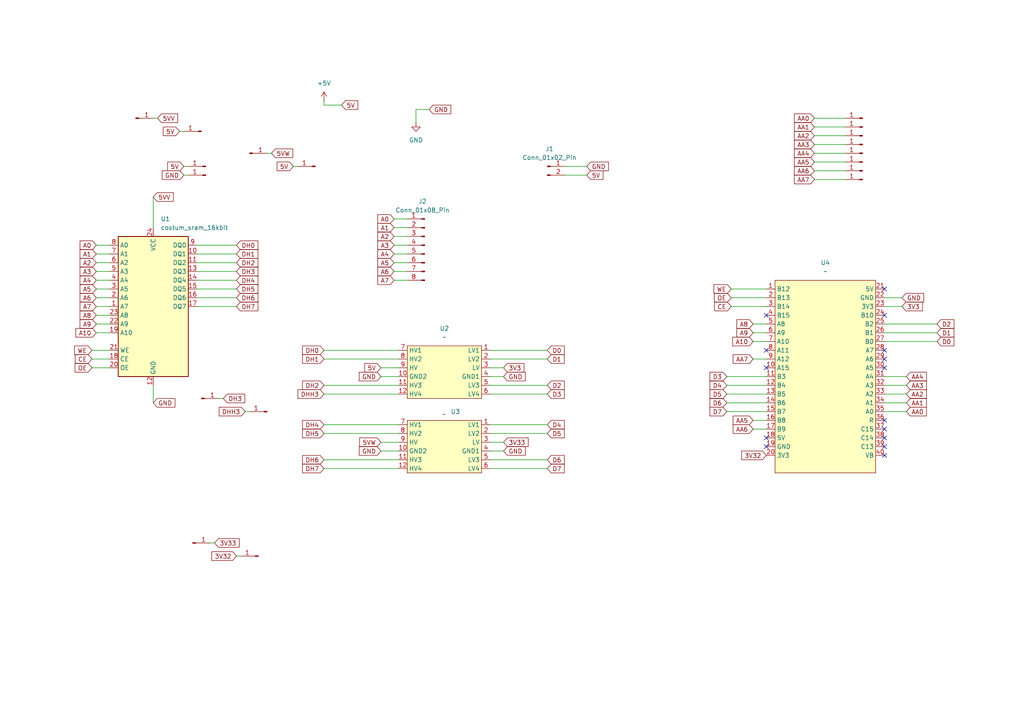
<source format=kicad_sch>
(kicad_sch (version 20250114) (generator "eeschema") (generator_version "9.0")
  (paper "A4")
  (lib_symbols
    (symbol "Connector:Conn_01x01_Pin" (pin_names (offset 1.016) (hide yes))
      (property "Reference" "J" (at 0 2.54 0))
      (property "Value" "Conn_01x01_Pin" (at 0 -2.54 0))
      (symbol "Conn_01x01_Pin_1_1"
        (rectangle (start 0.8636 0.127) (end 0 -0.127) (stroke (width 0.1524)) (fill (type outline)))
        (polyline (pts (xy 1.27 0) (xy 0.8636 0)) (stroke (width 0.1524)))
        (pin passive line (at 5.08 0 180) (length 3.81) (name "Pin_1") (number "1"))
      )
    )
    (symbol "Connector:Conn_01x02_Pin" (pin_names (offset 1.016) (hide yes))
      (property "Reference" "J" (at 0 2.54 0))
      (property "Value" "Conn_01x02_Pin" (at 0 -5.08 0))
      (symbol "Conn_01x02_Pin_1_1"
        (rectangle (start 0.8636 0.127) (end 0 -0.127) (stroke (width 0.1524)) (fill (type outline)))
        (rectangle (start 0.8636 -2.413) (end 0 -2.667) (stroke (width 0.1524)) (fill (type outline)))
        (polyline (pts (xy 1.27 0) (xy 0.8636 0)) (stroke (width 0.1524)))
        (polyline (pts (xy 1.27 -2.54) (xy 0.8636 -2.54)) (stroke (width 0.1524)))
        (pin passive line (at 5.08 0 180) (length 3.81) (name "Pin_1") (number "1"))
        (pin passive line (at 5.08 -2.54 180) (length 3.81) (name "Pin_2") (number "2"))
      )
    )
    (symbol "Connector:Conn_01x08_Pin" (pin_names (offset 1.016) (hide yes))
      (property "Reference" "J" (at 0 10.16 0))
      (property "Value" "Conn_01x08_Pin" (at 0 -12.7 0))
      (symbol "Conn_01x08_Pin_1_1"
        (rectangle (start 0.8636 7.747) (end 0 7.493) (stroke (width 0.1524)) (fill (type outline)))
        (rectangle (start 0.8636 5.207) (end 0 4.953) (stroke (width 0.1524)) (fill (type outline)))
        (rectangle (start 0.8636 2.667) (end 0 2.413) (stroke (width 0.1524)) (fill (type outline)))
        (rectangle (start 0.8636 0.127) (end 0 -0.127) (stroke (width 0.1524)) (fill (type outline)))
        (rectangle (start 0.8636 -2.413) (end 0 -2.667) (stroke (width 0.1524)) (fill (type outline)))
        (rectangle (start 0.8636 -4.953) (end 0 -5.207) (stroke (width 0.1524)) (fill (type outline)))
        (rectangle (start 0.8636 -7.493) (end 0 -7.747) (stroke (width 0.1524)) (fill (type outline)))
        (rectangle (start 0.8636 -10.033) (end 0 -10.287) (stroke (width 0.1524)) (fill (type outline)))
        (polyline (pts (xy 1.27 7.62) (xy 0.8636 7.62)) (stroke (width 0.1524)))
        (polyline (pts (xy 1.27 5.08) (xy 0.8636 5.08)) (stroke (width 0.1524)))
        (polyline (pts (xy 1.27 2.54) (xy 0.8636 2.54)) (stroke (width 0.1524)))
        (polyline (pts (xy 1.27 0) (xy 0.8636 0)) (stroke (width 0.1524)))
        (polyline (pts (xy 1.27 -2.54) (xy 0.8636 -2.54)) (stroke (width 0.1524)))
        (polyline (pts (xy 1.27 -5.08) (xy 0.8636 -5.08)) (stroke (width 0.1524)))
        (polyline (pts (xy 1.27 -7.62) (xy 0.8636 -7.62)) (stroke (width 0.1524)))
        (polyline (pts (xy 1.27 -10.16) (xy 0.8636 -10.16)) (stroke (width 0.1524)))
        (pin passive line (at 5.08 7.62 180) (length 3.81) (name "Pin_1") (number "1"))
        (pin passive line (at 5.08 5.08 180) (length 3.81) (name "Pin_2") (number "2"))
        (pin passive line (at 5.08 2.54 180) (length 3.81) (name "Pin_3") (number "3"))
        (pin passive line (at 5.08 0 180) (length 3.81) (name "Pin_4") (number "4"))
        (pin passive line (at 5.08 -2.54 180) (length 3.81) (name "Pin_5") (number "5"))
        (pin passive line (at 5.08 -5.08 180) (length 3.81) (name "Pin_6") (number "6"))
        (pin passive line (at 5.08 -7.62 180) (length 3.81) (name "Pin_7") (number "7"))
        (pin passive line (at 5.08 -10.16 180) (length 3.81) (name "Pin_8") (number "8"))
      )
    )
    (symbol "logic_analyzer:STM32_black_pill"
      (property "Reference" "U" (at 0 0 0))
      (symbol "STM32_black_pill_1_1"
        (rectangle (start -15.24 16.51) (end 13.97 -39.37) (fill (type background)))
        (pin bidirectional line (at -17.78 13.97 0) (length 2.54) (name "B12") (number "1"))
        (pin bidirectional line (at -17.78 11.43 0) (length 2.54) (name "B13") (number "2"))
        (pin bidirectional line (at -17.78 8.89 0) (length 2.54) (name "B14") (number "3"))
        (pin bidirectional line (at -17.78 6.35 0) (length 2.54) (name "B15") (number "4"))
        (pin bidirectional line (at -17.78 3.81 0) (length 2.54) (name "A8") (number "5"))
        (pin bidirectional line (at -17.78 1.27 0) (length 2.54) (name "A9") (number "6"))
        (pin bidirectional line (at -17.78 -1.27 0) (length 2.54) (name "A10") (number "7"))
        (pin bidirectional line (at -17.78 -3.81 0) (length 2.54) (name "A11") (number "8"))
        (pin bidirectional line (at -17.78 -6.35 0) (length 2.54) (name "A12") (number "9"))
        (pin bidirectional line (at -17.78 -8.89 0) (length 2.54) (name "A15") (number "10"))
        (pin bidirectional line (at -17.78 -11.43 0) (length 2.54) (name "B3") (number "11"))
        (pin bidirectional line (at -17.78 -13.97 0) (length 2.54) (name "B4") (number "12"))
        (pin bidirectional line (at -17.78 -16.51 0) (length 2.54) (name "B5") (number "13"))
        (pin bidirectional line (at -17.78 -19.05 0) (length 2.54) (name "B6") (number "14"))
        (pin bidirectional line (at -17.78 -21.59 0) (length 2.54) (name "B7") (number "15"))
        (pin bidirectional line (at -17.78 -24.13 0) (length 2.54) (name "B8") (number "16"))
        (pin bidirectional line (at -17.78 -26.67 0) (length 2.54) (name "B9") (number "17"))
        (pin power_out line (at -17.78 -29.21 0) (length 2.54) (name "5V") (number "18"))
        (pin power_out line (at -17.78 -31.75 0) (length 2.54) (name "GND") (number "19"))
        (pin power_out line (at -17.78 -34.29 0) (length 2.54) (name "3V3") (number "20"))
        (pin power_out line (at 16.51 13.97 180) (length 2.54) (name "5V") (number "21"))
        (pin power_out line (at 16.51 11.43 180) (length 2.54) (name "GND") (number "22"))
        (pin power_out line (at 16.51 8.89 180) (length 2.54) (name "3V3") (number "23"))
        (pin bidirectional line (at 16.51 6.35 180) (length 2.54) (name "B10") (number "24"))
        (pin bidirectional line (at 16.51 3.81 180) (length 2.54) (name "B2") (number "25"))
        (pin bidirectional line (at 16.51 1.27 180) (length 2.54) (name "B1") (number "26"))
        (pin bidirectional line (at 16.51 -1.27 180) (length 2.54) (name "B0") (number "27"))
        (pin bidirectional line (at 16.51 -3.81 180) (length 2.54) (name "A7") (number "28"))
        (pin bidirectional line (at 16.51 -6.35 180) (length 2.54) (name "A6") (number "29"))
        (pin bidirectional line (at 16.51 -8.89 180) (length 2.54) (name "A5") (number "30"))
        (pin bidirectional line (at 16.51 -11.43 180) (length 2.54) (name "A4") (number "31"))
        (pin bidirectional line (at 16.51 -13.97 180) (length 2.54) (name "A3") (number "32"))
        (pin bidirectional line (at 16.51 -16.51 180) (length 2.54) (name "A2") (number "33"))
        (pin bidirectional line (at 16.51 -19.05 180) (length 2.54) (name "A1") (number "34"))
        (pin bidirectional line (at 16.51 -21.59 180) (length 2.54) (name "A0") (number "35"))
        (pin bidirectional line (at 16.51 -24.13 180) (length 2.54) (name "R") (number "36"))
        (pin bidirectional line (at 16.51 -26.67 180) (length 2.54) (name "C15") (number "37"))
        (pin bidirectional line (at 16.51 -29.21 180) (length 2.54) (name "C14") (number "38"))
        (pin bidirectional line (at 16.51 -31.75 180) (length 2.54) (name "C13") (number "39"))
        (pin bidirectional line (at 16.51 -34.29 180) (length 2.54) (name "VB") (number "40"))
      )
    )
    (symbol "logic_analyzer:costum_sram_16kbit"
      (property "Reference" "U" (at 0 0.254 0))
      (property "Value" "costum_sram_16kbit" (at 0 0.254 0))
      (symbol "costum_sram_16kbit_1_1"
        (rectangle (start -10.16 20.32) (end 10.16 -20.32) (stroke (width 0.254)) (fill (type background)))
        (pin input line (at -12.7 17.78 0) (length 2.54) (name "A0") (number "8"))
        (pin input line (at -12.7 15.24 0) (length 2.54) (name "A1") (number "7"))
        (pin input line (at -12.7 12.7 0) (length 2.54) (name "A2") (number "6"))
        (pin input line (at -12.7 10.16 0) (length 2.54) (name "A3") (number "5"))
        (pin input line (at -12.7 7.62 0) (length 2.54) (name "A4") (number "4"))
        (pin input line (at -12.7 5.08 0) (length 2.54) (name "A5") (number "3"))
        (pin input line (at -12.7 2.54 0) (length 2.54) (name "A6") (number "2"))
        (pin input line (at -12.7 0 0) (length 2.54) (name "A7") (number "1"))
        (pin input line (at -12.7 -2.54 0) (length 2.54) (name "A8") (number "23"))
        (pin input line (at -12.7 -5.08 0) (length 2.54) (name "A9") (number "22"))
        (pin input line (at -12.7 -7.62 0) (length 2.54) (name "A10") (number "19"))
        (pin input line (at -12.7 -12.7 0) (length 2.54) (name "WE") (number "21"))
        (pin input line (at -12.7 -15.24 0) (length 2.54) (name "CE") (number "18"))
        (pin input line (at -12.7 -17.78 0) (length 2.54) (name "OE") (number "20"))
        (pin power_in line (at 0 22.86 270) (length 2.54) (name "VCC") (number "24"))
        (pin power_in line (at 0 -22.86 90) (length 2.54) (name "GND") (number "12"))
        (pin bidirectional line (at 12.7 17.78 180) (length 2.54) (name "DQ0") (number "9"))
        (pin bidirectional line (at 12.7 15.24 180) (length 2.54) (name "DQ1") (number "10"))
        (pin bidirectional line (at 12.7 12.7 180) (length 2.54) (name "DQ2") (number "11"))
        (pin bidirectional line (at 12.7 10.16 180) (length 2.54) (name "DQ3") (number "13"))
        (pin bidirectional line (at 12.7 7.62 180) (length 2.54) (name "DQ4") (number "14"))
        (pin bidirectional line (at 12.7 5.08 180) (length 2.54) (name "DQ5") (number "15"))
        (pin bidirectional line (at 12.7 2.54 180) (length 2.54) (name "DQ6") (number "16"))
        (pin bidirectional line (at 12.7 0 180) (length 2.54) (name "DQ7") (number "17"))
      )
    )
    (symbol "logic_analyzer:level_shifter"
      (property "Reference" "U" (at 0 0 0))
      (symbol "level_shifter_1_1"
        (rectangle (start -10.16 6.35) (end 11.43 -8.89) (fill (type background)))
        (pin bidirectional line (at -12.7 5.08 0) (length 2.54) (name "LV1") (number "1"))
        (pin bidirectional line (at -12.7 2.54 0) (length 2.54) (name "LV2") (number "2"))
        (pin power_in line (at -12.7 0 0) (length 2.54) (name "LV") (number "3"))
        (pin power_in line (at -12.7 -2.54 0) (length 2.54) (name "GND1") (number "4"))
        (pin bidirectional line (at -12.7 -5.08 0) (length 2.54) (name "LV3") (number "5"))
        (pin bidirectional line (at -12.7 -7.62 0) (length 2.54) (name "LV4") (number "6"))
        (pin bidirectional line (at 13.97 5.08 180) (length 2.54) (name "HV1") (number "7"))
        (pin bidirectional line (at 13.97 2.54 180) (length 2.54) (name "HV2") (number "8"))
        (pin power_in line (at 13.97 0 180) (length 2.54) (name "HV") (number "9"))
        (pin power_in line (at 13.97 -2.54 180) (length 2.54) (name "GND2") (number "10"))
        (pin bidirectional line (at 13.97 -5.08 180) (length 2.54) (name "HV3") (number "11"))
        (pin bidirectional line (at 13.97 -7.62 180) (length 2.54) (name "HV4") (number "12"))
      )
    )
    (symbol "power:+5V" (power) (pin_numbers (hide yes)) (pin_names (offset 0) (hide yes))
      (property "Value" "+5V" (at 0 3.556 0))
      (symbol "+5V_0_1"
        (polyline (pts (xy -0.762 1.27) (xy 0 2.54)))
        (polyline (pts (xy 0 2.54) (xy 0.762 1.27)))
        (polyline (pts (xy 0 0) (xy 0 2.54)))
      )
      (symbol "+5V_1_1"
        (pin power_in line (at 0 0 90) (length 0) (name "~") (number "1"))
      )
    )
    (symbol "power:GND" (power) (pin_numbers (hide yes)) (pin_names (offset 0) (hide yes))
      (property "Value" "GND" (at 0 -3.81 0))
      (symbol "GND_0_1"
        (polyline (pts (xy 0 0) (xy 0 -1.27) (xy 1.27 -1.27) (xy 0 -2.54) (xy -1.27 -1.27) (xy 0 -1.27)))
      )
      (symbol "GND_1_1"
        (pin power_in line (at 0 0 270) (length 0) (name "~") (number "1"))
      )
    )
  )
  (no_connect (at 256.54 104.14))
  (no_connect (at 256.54 91.44))
  (no_connect (at 256.54 101.6))
  (no_connect (at 256.54 129.54))
  (no_connect (at 256.54 83.82))
  (no_connect (at 222.25 91.44))
  (no_connect (at 222.25 129.54))
  (no_connect (at 222.25 127))
  (no_connect (at 256.54 106.68))
  (no_connect (at 256.54 127))
  (no_connect (at 222.25 106.68))
  (no_connect (at 256.54 124.46))
  (no_connect (at 256.54 121.92))
  (no_connect (at 222.25 101.6))
  (no_connect (at 256.54 132.08))
  (wire (pts (xy 57.15 81.28) (xy 68.58 81.28)))
  (wire (pts (xy 93.98 30.48) (xy 99.06 30.48)))
  (wire (pts (xy 26.67 101.6) (xy 31.75 101.6)))
  (wire (pts (xy 236.22 39.37) (xy 245.11 39.37)))
  (wire (pts (xy 124.46 31.75) (xy 120.65 31.75)))
  (wire (pts (xy 93.98 114.3) (xy 115.57 114.3)))
  (wire (pts (xy 72.39 119.38) (xy 71.12 119.38)))
  (wire (pts (xy 27.94 86.36) (xy 31.75 86.36)))
  (wire (pts (xy 27.94 96.52) (xy 31.75 96.52)))
  (wire (pts (xy 57.15 78.74) (xy 68.58 78.74)))
  (wire (pts (xy 57.15 83.82) (xy 68.58 83.82)))
  (wire (pts (xy 142.24 125.73) (xy 158.75 125.73)))
  (wire (pts (xy 54.61 50.8) (xy 53.34 50.8)))
  (wire (pts (xy 142.24 123.19) (xy 158.75 123.19)))
  (wire (pts (xy 256.54 96.52) (xy 271.78 96.52)))
  (wire (pts (xy 93.98 29.21) (xy 93.98 30.48)))
  (wire (pts (xy 114.3 66.04) (xy 118.11 66.04)))
  (wire (pts (xy 236.22 36.83) (xy 245.11 36.83)))
  (wire (pts (xy 26.67 104.14) (xy 31.75 104.14)))
  (wire (pts (xy 142.24 101.6) (xy 158.75 101.6)))
  (wire (pts (xy 256.54 109.22) (xy 262.89 109.22)))
  (wire (pts (xy 57.15 73.66) (xy 68.58 73.66)))
  (wire (pts (xy 218.44 96.52) (xy 222.25 96.52)))
  (wire (pts (xy 236.22 49.53) (xy 245.11 49.53)))
  (wire (pts (xy 114.3 63.5) (xy 118.11 63.5)))
  (wire (pts (xy 120.65 31.75) (xy 120.65 35.56)))
  (wire (pts (xy 256.54 111.76) (xy 262.89 111.76)))
  (wire (pts (xy 218.44 93.98) (xy 222.25 93.98)))
  (wire (pts (xy 142.24 133.35) (xy 158.75 133.35)))
  (wire (pts (xy 212.09 83.82) (xy 222.25 83.82)))
  (wire (pts (xy 27.94 78.74) (xy 31.75 78.74)))
  (wire (pts (xy 57.15 88.9) (xy 68.58 88.9)))
  (wire (pts (xy 236.22 34.29) (xy 245.11 34.29)))
  (wire (pts (xy 44.45 111.76) (xy 44.45 116.84)))
  (wire (pts (xy 114.3 76.2) (xy 118.11 76.2)))
  (wire (pts (xy 142.24 135.89) (xy 158.75 135.89)))
  (wire (pts (xy 114.3 73.66) (xy 118.11 73.66)))
  (wire (pts (xy 210.82 119.38) (xy 222.25 119.38)))
  (wire (pts (xy 53.34 38.1) (xy 52.07 38.1)))
  (wire (pts (xy 142.24 128.27) (xy 146.05 128.27)))
  (wire (pts (xy 256.54 93.98) (xy 271.78 93.98)))
  (wire (pts (xy 27.94 83.82) (xy 31.75 83.82)))
  (wire (pts (xy 256.54 119.38) (xy 262.89 119.38)))
  (wire (pts (xy 210.82 111.76) (xy 222.25 111.76)))
  (wire (pts (xy 236.22 44.45) (xy 245.11 44.45)))
  (wire (pts (xy 236.22 52.07) (xy 245.11 52.07)))
  (wire (pts (xy 114.3 78.74) (xy 118.11 78.74)))
  (wire (pts (xy 86.36 48.26) (xy 85.09 48.26)))
  (wire (pts (xy 256.54 114.3) (xy 262.89 114.3)))
  (wire (pts (xy 93.98 111.76) (xy 115.57 111.76)))
  (wire (pts (xy 69.85 161.29) (xy 68.58 161.29)))
  (wire (pts (xy 114.3 71.12) (xy 118.11 71.12)))
  (wire (pts (xy 142.24 109.22) (xy 146.05 109.22)))
  (wire (pts (xy 57.15 86.36) (xy 68.58 86.36)))
  (wire (pts (xy 210.82 109.22) (xy 222.25 109.22)))
  (wire (pts (xy 110.49 130.81) (xy 115.57 130.81)))
  (wire (pts (xy 27.94 71.12) (xy 31.75 71.12)))
  (wire (pts (xy 110.49 128.27) (xy 115.57 128.27)))
  (wire (pts (xy 93.98 123.19) (xy 115.57 123.19)))
  (wire (pts (xy 60.96 157.48) (xy 62.23 157.48)))
  (wire (pts (xy 163.83 48.26) (xy 170.18 48.26)))
  (wire (pts (xy 218.44 104.14) (xy 222.25 104.14)))
  (wire (pts (xy 93.98 125.73) (xy 115.57 125.73)))
  (wire (pts (xy 110.49 109.22) (xy 115.57 109.22)))
  (wire (pts (xy 93.98 104.14) (xy 115.57 104.14)))
  (wire (pts (xy 54.61 48.26) (xy 53.34 48.26)))
  (wire (pts (xy 218.44 121.92) (xy 222.25 121.92)))
  (wire (pts (xy 256.54 99.06) (xy 271.78 99.06)))
  (wire (pts (xy 142.24 111.76) (xy 158.75 111.76)))
  (wire (pts (xy 44.45 34.29) (xy 45.72 34.29)))
  (wire (pts (xy 142.24 106.68) (xy 146.05 106.68)))
  (wire (pts (xy 142.24 104.14) (xy 158.75 104.14)))
  (wire (pts (xy 256.54 86.36) (xy 261.62 86.36)))
  (wire (pts (xy 57.15 76.2) (xy 68.58 76.2)))
  (wire (pts (xy 256.54 88.9) (xy 261.62 88.9)))
  (wire (pts (xy 27.94 91.44) (xy 31.75 91.44)))
  (wire (pts (xy 236.22 46.99) (xy 245.11 46.99)))
  (wire (pts (xy 57.15 71.12) (xy 68.58 71.12)))
  (wire (pts (xy 27.94 81.28) (xy 31.75 81.28)))
  (wire (pts (xy 236.22 41.91) (xy 245.11 41.91)))
  (wire (pts (xy 26.67 106.68) (xy 31.75 106.68)))
  (wire (pts (xy 114.3 81.28) (xy 118.11 81.28)))
  (wire (pts (xy 93.98 135.89) (xy 115.57 135.89)))
  (wire (pts (xy 63.5 115.57) (xy 64.77 115.57)))
  (wire (pts (xy 218.44 99.06) (xy 222.25 99.06)))
  (wire (pts (xy 212.09 88.9) (xy 222.25 88.9)))
  (wire (pts (xy 256.54 116.84) (xy 262.89 116.84)))
  (wire (pts (xy 27.94 93.98) (xy 31.75 93.98)))
  (wire (pts (xy 77.47 44.45) (xy 78.74 44.45)))
  (wire (pts (xy 27.94 88.9) (xy 31.75 88.9)))
  (wire (pts (xy 27.94 76.2) (xy 31.75 76.2)))
  (wire (pts (xy 163.83 50.8) (xy 170.18 50.8)))
  (wire (pts (xy 218.44 124.46) (xy 222.25 124.46)))
  (wire (pts (xy 110.49 106.68) (xy 115.57 106.68)))
  (wire (pts (xy 210.82 114.3) (xy 222.25 114.3)))
  (wire (pts (xy 210.82 116.84) (xy 222.25 116.84)))
  (wire (pts (xy 27.94 73.66) (xy 31.75 73.66)))
  (wire (pts (xy 212.09 86.36) (xy 222.25 86.36)))
  (wire (pts (xy 44.45 57.15) (xy 44.45 66.04)))
  (wire (pts (xy 142.24 114.3) (xy 158.75 114.3)))
  (wire (pts (xy 93.98 101.6) (xy 115.57 101.6)))
  (wire (pts (xy 114.3 68.58) (xy 118.11 68.58)))
  (wire (pts (xy 93.98 133.35) (xy 115.57 133.35)))
  (wire (pts (xy 142.24 130.81) (xy 146.05 130.81)))
  (global_label "A9" (shape input) (at 27.94 93.98 180) (property "Intersheetrefs" "${INTERSHEET_REFS}" (effects (hide yes))))
  (global_label "DH3" (shape input) (at 64.77 115.57 0) (property "Intersheetrefs" "${INTERSHEET_REFS}" (effects (hide yes))))
  (global_label "GND" (shape input) (at 261.62 86.36 0) (property "Intersheetrefs" "${INTERSHEET_REFS}" (effects (hide yes))))
  (global_label "AA0" (shape input) (at 236.22 34.29 180) (property "Intersheetrefs" "${INTERSHEET_REFS}" (effects (hide yes))))
  (global_label "DH3" (shape input) (at 68.58 78.74 0) (property "Intersheetrefs" "${INTERSHEET_REFS}" (effects (hide yes))))
  (global_label "GND" (shape input) (at 124.46 31.75 0) (property "Intersheetrefs" "${INTERSHEET_REFS}" (effects (hide yes))))
  (global_label "AA4" (shape input) (at 236.22 44.45 180) (property "Intersheetrefs" "${INTERSHEET_REFS}" (effects (hide yes))))
  (global_label "A0" (shape input) (at 114.3 63.5 180) (property "Intersheetrefs" "${INTERSHEET_REFS}" (effects (hide yes))))
  (global_label "3V33" (shape input) (at 62.23 157.48 0) (property "Intersheetrefs" "${INTERSHEET_REFS}" (effects (hide yes))))
  (global_label "A9" (shape input) (at 218.44 96.52 180) (property "Intersheetrefs" "${INTERSHEET_REFS}" (effects (hide yes))))
  (global_label "GND" (shape input) (at 110.49 130.81 180) (property "Intersheetrefs" "${INTERSHEET_REFS}" (effects (hide yes))))
  (global_label "DH1" (shape input) (at 93.98 104.14 180) (property "Intersheetrefs" "${INTERSHEET_REFS}" (effects (hide yes))))
  (global_label "DH4" (shape input) (at 68.58 81.28 0) (property "Intersheetrefs" "${INTERSHEET_REFS}" (effects (hide yes))))
  (global_label "D4" (shape input) (at 210.82 111.76 180) (property "Intersheetrefs" "${INTERSHEET_REFS}" (effects (hide yes))))
  (global_label "A5" (shape input) (at 114.3 76.2 180) (property "Intersheetrefs" "${INTERSHEET_REFS}" (effects (hide yes))))
  (global_label "5VW" (shape input) (at 78.74 44.45 0) (property "Intersheetrefs" "${INTERSHEET_REFS}" (effects (hide yes))))
  (global_label "D0" (shape input) (at 271.78 99.06 0) (property "Intersheetrefs" "${INTERSHEET_REFS}" (effects (hide yes))))
  (global_label "3V3" (shape input) (at 146.05 106.68 0) (property "Intersheetrefs" "${INTERSHEET_REFS}" (effects (hide yes))))
  (global_label "A7" (shape input) (at 114.3 81.28 180) (property "Intersheetrefs" "${INTERSHEET_REFS}" (effects (hide yes))))
  (global_label "CE" (shape input) (at 212.09 88.9 180) (property "Intersheetrefs" "${INTERSHEET_REFS}" (effects (hide yes))))
  (global_label "5V" (shape input) (at 85.09 48.26 180) (property "Intersheetrefs" "${INTERSHEET_REFS}" (effects (hide yes))))
  (global_label "CE" (shape input) (at 26.67 104.14 180) (property "Intersheetrefs" "${INTERSHEET_REFS}" (effects (hide yes))))
  (global_label "AA1" (shape input) (at 262.89 116.84 0) (property "Intersheetrefs" "${INTERSHEET_REFS}" (effects (hide yes))))
  (global_label "A1" (shape input) (at 114.3 66.04 180) (property "Intersheetrefs" "${INTERSHEET_REFS}" (effects (hide yes))))
  (global_label "A4" (shape input) (at 27.94 81.28 180) (property "Intersheetrefs" "${INTERSHEET_REFS}" (effects (hide yes))))
  (global_label "A5" (shape input) (at 27.94 83.82 180) (property "Intersheetrefs" "${INTERSHEET_REFS}" (effects (hide yes))))
  (global_label "A2" (shape input) (at 27.94 76.2 180) (property "Intersheetrefs" "${INTERSHEET_REFS}" (effects (hide yes))))
  (global_label "D7" (shape input) (at 210.82 119.38 180) (property "Intersheetrefs" "${INTERSHEET_REFS}" (effects (hide yes))))
  (global_label "D5" (shape input) (at 158.75 125.73 0) (property "Intersheetrefs" "${INTERSHEET_REFS}" (effects (hide yes))))
  (global_label "AA2" (shape input) (at 262.89 114.3 0) (property "Intersheetrefs" "${INTERSHEET_REFS}" (effects (hide yes))))
  (global_label "OE" (shape input) (at 26.67 106.68 180) (property "Intersheetrefs" "${INTERSHEET_REFS}" (effects (hide yes))))
  (global_label "GND" (shape input) (at 44.45 116.84 0) (property "Intersheetrefs" "${INTERSHEET_REFS}" (effects (hide yes))))
  (global_label "5VV" (shape input) (at 44.45 57.15 0) (property "Intersheetrefs" "${INTERSHEET_REFS}" (effects (hide yes))))
  (global_label "5V" (shape input) (at 99.06 30.48 0) (property "Intersheetrefs" "${INTERSHEET_REFS}" (effects (hide yes))))
  (global_label "D1" (shape input) (at 271.78 96.52 0) (property "Intersheetrefs" "${INTERSHEET_REFS}" (effects (hide yes))))
  (global_label "DH7" (shape input) (at 68.58 88.9 0) (property "Intersheetrefs" "${INTERSHEET_REFS}" (effects (hide yes))))
  (global_label "A6" (shape input) (at 27.94 86.36 180) (property "Intersheetrefs" "${INTERSHEET_REFS}" (effects (hide yes))))
  (global_label "DH0" (shape input) (at 68.58 71.12 0) (property "Intersheetrefs" "${INTERSHEET_REFS}" (effects (hide yes))))
  (global_label "WE" (shape input) (at 212.09 83.82 180) (property "Intersheetrefs" "${INTERSHEET_REFS}" (effects (hide yes))))
  (global_label "A1" (shape input) (at 27.94 73.66 180) (property "Intersheetrefs" "${INTERSHEET_REFS}" (effects (hide yes))))
  (global_label "DH0" (shape input) (at 93.98 101.6 180) (property "Intersheetrefs" "${INTERSHEET_REFS}" (effects (hide yes))))
  (global_label "A10" (shape input) (at 27.94 96.52 180) (property "Intersheetrefs" "${INTERSHEET_REFS}" (effects (hide yes))))
  (global_label "A10" (shape input) (at 218.44 99.06 180) (property "Intersheetrefs" "${INTERSHEET_REFS}" (effects (hide yes))))
  (global_label "A6" (shape input) (at 114.3 78.74 180) (property "Intersheetrefs" "${INTERSHEET_REFS}" (effects (hide yes))))
  (global_label "AA2" (shape input) (at 236.22 39.37 180) (property "Intersheetrefs" "${INTERSHEET_REFS}" (effects (hide yes))))
  (global_label "GND" (shape input) (at 110.49 109.22 180) (property "Intersheetrefs" "${INTERSHEET_REFS}" (effects (hide yes))))
  (global_label "3V32" (shape input) (at 222.25 132.08 180) (property "Intersheetrefs" "${INTERSHEET_REFS}" (effects (hide yes))))
  (global_label "D7" (shape input) (at 158.75 135.89 0) (property "Intersheetrefs" "${INTERSHEET_REFS}" (effects (hide yes))))
  (global_label "D0" (shape input) (at 158.75 101.6 0) (property "Intersheetrefs" "${INTERSHEET_REFS}" (effects (hide yes))))
  (global_label "GND" (shape input) (at 170.18 48.26 0) (property "Intersheetrefs" "${INTERSHEET_REFS}" (effects (hide yes))))
  (global_label "D2" (shape input) (at 271.78 93.98 0) (property "Intersheetrefs" "${INTERSHEET_REFS}" (effects (hide yes))))
  (global_label "5V" (shape input) (at 53.34 48.26 180) (property "Intersheetrefs" "${INTERSHEET_REFS}" (effects (hide yes))))
  (global_label "3V33" (shape input) (at 146.05 128.27 0) (property "Intersheetrefs" "${INTERSHEET_REFS}" (effects (hide yes))))
  (global_label "D3" (shape input) (at 158.75 114.3 0) (property "Intersheetrefs" "${INTERSHEET_REFS}" (effects (hide yes))))
  (global_label "D5" (shape input) (at 210.82 114.3 180) (property "Intersheetrefs" "${INTERSHEET_REFS}" (effects (hide yes))))
  (global_label "AA3" (shape input) (at 236.22 41.91 180) (property "Intersheetrefs" "${INTERSHEET_REFS}" (effects (hide yes))))
  (global_label "DH5" (shape input) (at 68.58 83.82 0) (property "Intersheetrefs" "${INTERSHEET_REFS}" (effects (hide yes))))
  (global_label "A2" (shape input) (at 114.3 68.58 180) (property "Intersheetrefs" "${INTERSHEET_REFS}" (effects (hide yes))))
  (global_label "AA3" (shape input) (at 262.89 111.76 0) (property "Intersheetrefs" "${INTERSHEET_REFS}" (effects (hide yes))))
  (global_label "D4" (shape input) (at 158.75 123.19 0) (property "Intersheetrefs" "${INTERSHEET_REFS}" (effects (hide yes))))
  (global_label "AA1" (shape input) (at 236.22 36.83 180) (property "Intersheetrefs" "${INTERSHEET_REFS}" (effects (hide yes))))
  (global_label "DH6" (shape input) (at 93.98 133.35 180) (property "Intersheetrefs" "${INTERSHEET_REFS}" (effects (hide yes))))
  (global_label "OE" (shape input) (at 212.09 86.36 180) (property "Intersheetrefs" "${INTERSHEET_REFS}" (effects (hide yes))))
  (global_label "A3" (shape input) (at 27.94 78.74 180) (property "Intersheetrefs" "${INTERSHEET_REFS}" (effects (hide yes))))
  (global_label "DHH3" (shape input) (at 71.12 119.38 180) (property "Intersheetrefs" "${INTERSHEET_REFS}" (effects (hide yes))))
  (global_label "D6" (shape input) (at 210.82 116.84 180) (property "Intersheetrefs" "${INTERSHEET_REFS}" (effects (hide yes))))
  (global_label "AA7" (shape input) (at 236.22 52.07 180) (property "Intersheetrefs" "${INTERSHEET_REFS}" (effects (hide yes))))
  (global_label "DHH3" (shape input) (at 93.98 114.3 180) (property "Intersheetrefs" "${INTERSHEET_REFS}" (effects (hide yes))))
  (global_label "5V" (shape input) (at 170.18 50.8 0) (property "Intersheetrefs" "${INTERSHEET_REFS}" (effects (hide yes))))
  (global_label "DH1" (shape input) (at 68.58 73.66 0) (property "Intersheetrefs" "${INTERSHEET_REFS}" (effects (hide yes))))
  (global_label "GND" (shape input) (at 53.34 50.8 180) (property "Intersheetrefs" "${INTERSHEET_REFS}" (effects (hide yes))))
  (global_label "WE" (shape input) (at 26.67 101.6 180) (property "Intersheetrefs" "${INTERSHEET_REFS}" (effects (hide yes))))
  (global_label "AA4" (shape input) (at 262.89 109.22 0) (property "Intersheetrefs" "${INTERSHEET_REFS}" (effects (hide yes))))
  (global_label "DH7" (shape input) (at 93.98 135.89 180) (property "Intersheetrefs" "${INTERSHEET_REFS}" (effects (hide yes))))
  (global_label "D3" (shape input) (at 210.82 109.22 180) (property "Intersheetrefs" "${INTERSHEET_REFS}" (effects (hide yes))))
  (global_label "D6" (shape input) (at 158.75 133.35 0) (property "Intersheetrefs" "${INTERSHEET_REFS}" (effects (hide yes))))
  (global_label "A7" (shape input) (at 27.94 88.9 180) (property "Intersheetrefs" "${INTERSHEET_REFS}" (effects (hide yes))))
  (global_label "A3" (shape input) (at 114.3 71.12 180) (property "Intersheetrefs" "${INTERSHEET_REFS}" (effects (hide yes))))
  (global_label "5V" (shape input) (at 110.49 106.68 180) (property "Intersheetrefs" "${INTERSHEET_REFS}" (effects (hide yes))))
  (global_label "5VV" (shape input) (at 45.72 34.29 0) (property "Intersheetrefs" "${INTERSHEET_REFS}" (effects (hide yes))))
  (global_label "AA0" (shape input) (at 262.89 119.38 0) (property "Intersheetrefs" "${INTERSHEET_REFS}" (effects (hide yes))))
  (global_label "3V3" (shape input) (at 261.62 88.9 0) (property "Intersheetrefs" "${INTERSHEET_REFS}" (effects (hide yes))))
  (global_label "DH6" (shape input) (at 68.58 86.36 0) (property "Intersheetrefs" "${INTERSHEET_REFS}" (effects (hide yes))))
  (global_label "A4" (shape input) (at 114.3 73.66 180) (property "Intersheetrefs" "${INTERSHEET_REFS}" (effects (hide yes))))
  (global_label "GND" (shape input) (at 146.05 130.81 0) (property "Intersheetrefs" "${INTERSHEET_REFS}" (effects (hide yes))))
  (global_label "GND" (shape input) (at 146.05 109.22 0) (property "Intersheetrefs" "${INTERSHEET_REFS}" (effects (hide yes))))
  (global_label "AA6" (shape input) (at 218.44 124.46 180) (property "Intersheetrefs" "${INTERSHEET_REFS}" (effects (hide yes))))
  (global_label "AA6" (shape input) (at 236.22 49.53 180) (property "Intersheetrefs" "${INTERSHEET_REFS}" (effects (hide yes))))
  (global_label "A8" (shape input) (at 27.94 91.44 180) (property "Intersheetrefs" "${INTERSHEET_REFS}" (effects (hide yes))))
  (global_label "AA5" (shape input) (at 218.44 121.92 180) (property "Intersheetrefs" "${INTERSHEET_REFS}" (effects (hide yes))))
  (global_label "DH5" (shape input) (at 93.98 125.73 180) (property "Intersheetrefs" "${INTERSHEET_REFS}" (effects (hide yes))))
  (global_label "A0" (shape input) (at 27.94 71.12 180) (property "Intersheetrefs" "${INTERSHEET_REFS}" (effects (hide yes))))
  (global_label "5VW" (shape input) (at 110.49 128.27 180) (property "Intersheetrefs" "${INTERSHEET_REFS}" (effects (hide yes))))
  (global_label "AA5" (shape input) (at 236.22 46.99 180) (property "Intersheetrefs" "${INTERSHEET_REFS}" (effects (hide yes))))
  (global_label "D1" (shape input) (at 158.75 104.14 0) (property "Intersheetrefs" "${INTERSHEET_REFS}" (effects (hide yes))))
  (global_label "A8" (shape input) (at 218.44 93.98 180) (property "Intersheetrefs" "${INTERSHEET_REFS}" (effects (hide yes))))
  (global_label "DH2" (shape input) (at 93.98 111.76 180) (property "Intersheetrefs" "${INTERSHEET_REFS}" (effects (hide yes))))
  (global_label "DH2" (shape input) (at 68.58 76.2 0) (property "Intersheetrefs" "${INTERSHEET_REFS}" (effects (hide yes))))
  (global_label "DH4" (shape input) (at 93.98 123.19 180) (property "Intersheetrefs" "${INTERSHEET_REFS}" (effects (hide yes))))
  (global_label "D2" (shape input) (at 158.75 111.76 0) (property "Intersheetrefs" "${INTERSHEET_REFS}" (effects (hide yes))))
  (global_label "3V32" (shape input) (at 68.58 161.29 180) (property "Intersheetrefs" "${INTERSHEET_REFS}" (effects (hide yes))))
  (global_label "5V" (shape input) (at 52.07 38.1 180) (property "Intersheetrefs" "${INTERSHEET_REFS}" (effects (hide yes))))
  (global_label "AA7" (shape input) (at 218.44 104.14 180) (property "Intersheetrefs" "${INTERSHEET_REFS}" (effects (hide yes))))
  (symbol (lib_id "power:GND") (at 120.65 35.56 0) (unit 1)
    (property "Reference" "#PWR02" (effects (hide yes)))
    (property "Value" "GND" (at 120.65 40.64 0))
    (property "Description" "Power symbol creates a global label with name \"GND\" , ground" (effects (hide yes)))
  )
  (symbol (lib_id "Connector:Conn_01x08_Pin") (at 123.19 71.12 0) (mirror y) (unit 1)
    (property "Reference" "J2" (at 122.555 58.42 0))
    (property "Value" "Conn_01x08_Pin" (at 122.555 60.96 0))
    (property "Footprint" "Connector_PinHeader_2.54mm:PinHeader_1x08_P2.54mm_Vertical" (effects (hide yes)))
    (property "Description" "Generic connector, single row, 01x08, script generated" (effects (hide yes)))
  )
  (symbol (lib_id "Connector:Conn_01x01_Pin") (at 250.19 41.91 0) (mirror y) (unit 1)
    (property "Reference" "J6" (effects (hide yes)))
    (property "Value" "Conn_01x01_Pin" (effects (hide yes)))
    (property "Footprint" "Connector_PinHeader_2.54mm:PinHeader_1x01_P2.54mm_Vertical" (effects (hide yes)))
    (property "Description" "Generic connector, single row, 01x01, script generated" (effects (hide yes)))
  )
  (symbol (lib_id "Connector:Conn_01x01_Pin") (at 59.69 48.26 0) (mirror y) (unit 1)
    (property "Reference" "J19" (effects (hide yes)))
    (property "Value" "Conn_01x01_Pin" (effects (hide yes)))
    (property "Footprint" "Connector_PinHeader_2.54mm:PinHeader_1x01_P2.54mm_Vertical" (effects (hide yes)))
    (property "Description" "Generic connector, single row, 01x01, script generated" (effects (hide yes)))
  )
  (symbol (lib_id "Connector:Conn_01x01_Pin") (at 58.42 38.1 0) (mirror y) (unit 1)
    (property "Reference" "J14" (effects (hide yes)))
    (property "Value" "Conn_01x01_Pin" (effects (hide yes)))
    (property "Footprint" "Connector_PinHeader_2.54mm:PinHeader_1x01_P2.54mm_Vertical" (effects (hide yes)))
    (property "Description" "Generic connector, single row, 01x01, script generated" (effects (hide yes)))
  )
  (symbol (lib_id "Connector:Conn_01x01_Pin") (at 250.19 52.07 0) (mirror y) (unit 1)
    (property "Reference" "J10" (effects (hide yes)))
    (property "Value" "Conn_01x01_Pin" (effects (hide yes)))
    (property "Footprint" "Connector_PinHeader_2.54mm:PinHeader_1x01_P2.54mm_Vertical" (effects (hide yes)))
    (property "Description" "Generic connector, single row, 01x01, script generated" (effects (hide yes)))
  )
  (symbol (lib_id "Connector:Conn_01x01_Pin") (at 250.19 46.99 0) (mirror y) (unit 1)
    (property "Reference" "J8" (effects (hide yes)))
    (property "Value" "Conn_01x01_Pin" (effects (hide yes)))
    (property "Footprint" "Connector_PinHeader_2.54mm:PinHeader_1x01_P2.54mm_Vertical" (effects (hide yes)))
    (property "Description" "Generic connector, single row, 01x01, script generated" (effects (hide yes)))
  )
  (symbol (lib_id "Connector:Conn_01x01_Pin") (at 59.69 50.8 0) (mirror y) (unit 1)
    (property "Reference" "J20" (effects (hide yes)))
    (property "Value" "Conn_01x01_Pin" (effects (hide yes)))
    (property "Footprint" "Connector_PinHeader_2.54mm:PinHeader_1x01_P2.54mm_Vertical" (effects (hide yes)))
    (property "Description" "Generic connector, single row, 01x01, script generated" (effects (hide yes)))
  )
  (symbol (lib_id "logic_analyzer:STM32_black_pill") (at 240.03 97.79 0) (unit 1)
    (property "Reference" "U4" (at 239.395 76.2 0))
    (property "Value" "~" (at 239.395 78.74 0))
    (property "Footprint" "logic_analyzer_foot_prints:stm32_black_pill" (effects (hide yes)))
  )
  (symbol (lib_id "Connector:Conn_01x01_Pin") (at 74.93 161.29 0) (mirror y) (unit 1)
    (property "Reference" "J18" (effects (hide yes)))
    (property "Value" "Conn_01x01_Pin" (effects (hide yes)))
    (property "Footprint" "Connector_PinHeader_2.54mm:PinHeader_1x01_P2.54mm_Vertical" (effects (hide yes)))
    (property "Description" "Generic connector, single row, 01x01, script generated" (effects (hide yes)))
  )
  (symbol (lib_id "Connector:Conn_01x02_Pin") (at 158.75 48.26 0) (unit 1)
    (property "Reference" "J1" (at 159.385 43.18 0))
    (property "Value" "Conn_01x02_Pin" (at 159.385 45.72 0))
    (property "Footprint" "Connector_PinHeader_2.54mm:PinHeader_1x02_P2.54mm_Vertical" (effects (hide yes)))
    (property "Description" "Generic connector, single row, 01x02, script generated" (effects (hide yes)))
  )
  (symbol (lib_id "Connector:Conn_01x01_Pin") (at 55.88 157.48 0) (mirror x) (unit 1)
    (property "Reference" "J17" (effects (hide yes)))
    (property "Value" "Conn_01x01_Pin" (effects (hide yes)))
    (property "Footprint" "Connector_PinHeader_2.54mm:PinHeader_1x01_P2.54mm_Vertical" (effects (hide yes)))
    (property "Description" "Generic connector, single row, 01x01, script generated" (effects (hide yes)))
  )
  (symbol (lib_id "Connector:Conn_01x01_Pin") (at 77.47 119.38 0) (mirror y) (unit 1)
    (property "Reference" "J12" (effects (hide yes)))
    (property "Value" "Conn_01x01_Pin" (effects (hide yes)))
    (property "Footprint" "Connector_PinHeader_2.54mm:PinHeader_1x01_P2.54mm_Vertical" (effects (hide yes)))
    (property "Description" "Generic connector, single row, 01x01, script generated" (effects (hide yes)))
  )
  (symbol (lib_id "Connector:Conn_01x01_Pin") (at 72.39 44.45 0) (mirror x) (unit 1)
    (property "Reference" "J15" (effects (hide yes)))
    (property "Value" "Conn_01x01_Pin" (effects (hide yes)))
    (property "Footprint" "Connector_PinHeader_2.54mm:PinHeader_1x01_P2.54mm_Vertical" (effects (hide yes)))
    (property "Description" "Generic connector, single row, 01x01, script generated" (effects (hide yes)))
  )
  (symbol (lib_id "logic_analyzer:costum_sram_16kbit") (at 44.45 88.9 0) (unit 1)
    (property "Reference" "U1" (at 46.5933 63.5 0) (effects (justify left)))
    (property "Value" "costum_sram_16kbit" (at 46.5933 66.04 0) (effects (justify left)))
    (property "Footprint" "logic_analyzer_foot_prints:sram_16kbites" (effects (hide yes)))
    (property "Datasheet" "https://www.mouser.at/datasheet/2/389/m48t02-1849963.pdf" (effects (hide yes)))
    (property "Description" "5.0 V, 16 Kbit (2 Kb x 8) TIMEKEEPER® SRAM, DIP-24" (effects (hide yes)))
  )
  (symbol (lib_id "power:+5V") (at 93.98 29.21 0) (unit 1)
    (property "Reference" "#PWR01" (effects (hide yes)))
    (property "Value" "+5V" (at 93.98 24.13 0))
    (property "Description" "Power symbol creates a global label with name \"+5V\"" (effects (hide yes)))
  )
  (symbol (lib_id "Connector:Conn_01x01_Pin") (at 250.19 34.29 0) (mirror y) (unit 1)
    (property "Reference" "J3" (effects (hide yes)))
    (property "Value" "Conn_01x01_Pin" (effects (hide yes)))
    (property "Footprint" "Connector_PinHeader_2.54mm:PinHeader_1x01_P2.54mm_Vertical" (effects (hide yes)))
    (property "Description" "Generic connector, single row, 01x01, script generated" (effects (hide yes)))
  )
  (symbol (lib_id "Connector:Conn_01x01_Pin") (at 39.37 34.29 0) (mirror x) (unit 1)
    (property "Reference" "J13" (effects (hide yes)))
    (property "Value" "Conn_01x01_Pin" (effects (hide yes)))
    (property "Footprint" "Connector_PinHeader_2.54mm:PinHeader_1x01_P2.54mm_Vertical" (effects (hide yes)))
    (property "Description" "Generic connector, single row, 01x01, script generated" (effects (hide yes)))
  )
  (symbol (lib_id "logic_analyzer:level_shifter") (at 129.54 106.68 0) (mirror y) (unit 1)
    (property "Reference" "U2" (at 128.905 95.25 0))
    (property "Value" "~" (at 128.905 97.79 0))
    (property "Footprint" "logic_analyzer_foot_prints:level_shifter" (effects (hide yes)))
  )
  (symbol (lib_id "Connector:Conn_01x01_Pin") (at 250.19 49.53 0) (mirror y) (unit 1)
    (property "Reference" "J9" (effects (hide yes)))
    (property "Value" "Conn_01x01_Pin" (effects (hide yes)))
    (property "Footprint" "Connector_PinHeader_2.54mm:PinHeader_1x01_P2.54mm_Vertical" (effects (hide yes)))
    (property "Description" "Generic connector, single row, 01x01, script generated" (effects (hide yes)))
  )
  (symbol (lib_id "Connector:Conn_01x01_Pin") (at 91.44 48.26 0) (mirror y) (unit 1)
    (property "Reference" "J16" (effects (hide yes)))
    (property "Value" "Conn_01x01_Pin" (effects (hide yes)))
    (property "Footprint" "Connector_PinHeader_2.54mm:PinHeader_1x01_P2.54mm_Vertical" (effects (hide yes)))
    (property "Description" "Generic connector, single row, 01x01, script generated" (effects (hide yes)))
  )
  (symbol (lib_id "logic_analyzer:level_shifter") (at 129.54 128.27 0) (mirror y) (unit 1)
    (property "Reference" "U3" (at 132.08 119.38 0))
    (property "Value" "~" (at 128.778 120.142 0))
    (property "Footprint" "logic_analyzer_foot_prints:level_shifter" (effects (hide yes)))
  )
  (symbol (lib_id "Connector:Conn_01x01_Pin") (at 250.19 39.37 0) (mirror y) (unit 1)
    (property "Reference" "J5" (effects (hide yes)))
    (property "Value" "Conn_01x01_Pin" (effects (hide yes)))
    (property "Footprint" "Connector_PinHeader_2.54mm:PinHeader_1x01_P2.54mm_Vertical" (effects (hide yes)))
    (property "Description" "Generic connector, single row, 01x01, script generated" (effects (hide yes)))
  )
  (symbol (lib_id "Connector:Conn_01x01_Pin") (at 58.42 115.57 0) (mirror x) (unit 1)
    (property "Reference" "J11" (effects (hide yes)))
    (property "Value" "Conn_01x01_Pin" (effects (hide yes)))
    (property "Footprint" "Connector_PinHeader_2.54mm:PinHeader_1x01_P2.54mm_Vertical" (effects (hide yes)))
    (property "Description" "Generic connector, single row, 01x01, script generated" (effects (hide yes)))
  )
  (symbol (lib_id "Connector:Conn_01x01_Pin") (at 250.19 44.45 0) (mirror y) (unit 1)
    (property "Reference" "J7" (effects (hide yes)))
    (property "Value" "Conn_01x01_Pin" (effects (hide yes)))
    (property "Footprint" "Connector_PinHeader_2.54mm:PinHeader_1x01_P2.54mm_Vertical" (effects (hide yes)))
    (property "Description" "Generic connector, single row, 01x01, script generated" (effects (hide yes)))
  )
  (symbol (lib_id "Connector:Conn_01x01_Pin") (at 250.19 36.83 0) (mirror y) (unit 1)
    (property "Reference" "J4" (effects (hide yes)))
    (property "Value" "Conn_01x01_Pin" (effects (hide yes)))
    (property "Footprint" "Connector_PinHeader_2.54mm:PinHeader_1x01_P2.54mm_Vertical" (effects (hide yes)))
    (property "Description" "Generic connector, single row, 01x01, script generated" (effects (hide yes)))
  )
)
</source>
